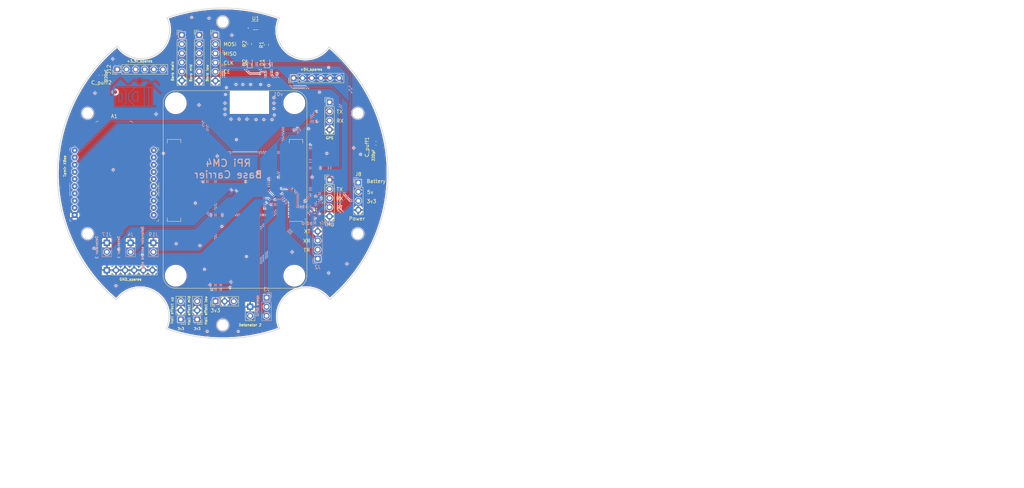
<source format=kicad_pcb>
(kicad_pcb (version 20211014) (generator pcbnew)
  (title_block (title "Raspberry Pi Compute Module 4 Carrier Template") (date "2022-05-17") (rev "v01") (company "HUJI Rocketry Club") (comment 1 "Base Carrier") (comment 2 "Last Edit: 2023-02-21") (comment 4 "Author: Ido Azulai"))
  (layers (0 "F.Cu" signal) (31 "B.Cu" signal) (34 "B.Paste" user) (35 "F.Paste" user) (36 "B.SilkS" user "B.Silkscreen") (37 "F.SilkS" user "F.Silkscreen") (38 "B.Mask" user) (39 "F.Mask" user) (44 "Edge.Cuts" user))
  (net 0 "")
  (net 1 "+5V")
  (net 2 "/CM4 GPIO/GPIO8")
  (net 3 "/CM4 GPIO/GPIO9")
  (net 4 "/CM4 GPIO/GPIO7")
  (net 5 "GND")
  (net 6 "/CM4 GPIO/GPIO4")
  (net 7 "/CM4 GPIO/GPIO5")
  (net 8 "/CM4 GPIO/GPIO12")
  (net 9 "+3.3V")
  (net 10 "/CM4 GPIO/GPIO14")
  (net 11 "/CM4 GPIO/GPIO15")
  (net 12 "/CM4 GPIO/GPIO2")
  (net 13 "/CM4 GPIO/GPIO3")
  (net 14 "/CM4 GPIO/GPIO6")
  (net 15 "/CM4 GPIO/GPIO10")
  (net 16 "/CM4 GPIO/GPIO11")
  (net 17 "/CM4 GPIO/GPIO20")
  (net 18 "/CM4 GPIO/GPIO19")
  (net 19 "/CM4 GPIO/GPIO21")
  (net 20 "/CM4 GPIO/GPIO18")
  (net 21 "/CM4 GPIO/GPIO17")
  (net 22 "/CM4 GPIO/GPIO16")
  (net 53 "/CM4 GPIO/GPIO13")
  (net 56 "/CM4 GPIO/GPIO25")
  (net 57 "/CM4 GPIO/GPIO24")
  (net 58 "/CM4 GPIO/GPIO22")
  (net 59 "/CM4 GPIO/GPIO23")
  (net 60 "/CM4 GPIO/GPIO27")
  (net 76 "+1.8V")
  (net 155 "Net-(J16-Pad1)")
  (net 156 "/CM4 GPIO/GPIO26")
  (net 157 "Net-(D1-Pad1)")
  (net 158 "Net-(D2-Pad1)")
  (net 159 "/CM4 GPIO/nLED_Activity")
  (net 160 "Net-(R2-Pad2)")
  (net 161 "/CM4 GPIO/nPWR_LED")
  (footprint "Connector_PinHeader_2.54mm:PinHeader_1x06_P2.54mm_Vertical" (layer "F.Cu") (at 111.379 72.898 90)
    (fp_text reference "J12")
    (fp_text value "+3.3V_spares")
  )
  (footprint "Connector_PinHeader_2.54mm:PinHeader_1x06_P2.54mm_Vertical" (layer "F.Cu") (at 134.1628 63.3222)
    (fp_text reference "J6" hide)
    (fp_text value "Baro mid")
  )
  (footprint "Fiducial:Fiducial_1mm_Mask2mm" (layer "F.Cu") (at 172.2 130.6)
    (fp_text reference "REF**" hide)
    (fp_text value "Fiducial_1mm_Mask2mm")
  )
  (footprint "Connector_PinHeader_2.54mm:PinHeader_1x05_P2.54mm_Vertical" (layer "F.Cu") (at 170.434 103.632)
    (fp_text reference "J1" hide)
    (fp_text value "IMU")
  )
  (footprint "Connector_PinHeader_2.54mm:PinHeader_1x03_P2.54mm_Vertical" (layer "F.Cu") (at 129.032 142.479 180)
    (fp_text reference "J7" hide)
    (fp_text value "Hall effect up")
  )
  (footprint "Connector_PinHeader_2.54mm:PinHeader_1x06_P2.54mm_Vertical" (layer "F.Cu") (at 129.3368 63.3222)
    (fp_text reference "J5" hide)
    (fp_text value "Baro main")
  )
  (footprint "LED_SMD:LED_0603_1608Metric" (layer "F.Cu") (at 148.209 70.993 90)
    (fp_text reference "D2")
    (fp_text value "LED Red")
  )
  (footprint "Connector_PinHeader_2.54mm:PinHeader_1x06_P2.54mm_Vertical" (layer "F.Cu") (at 108.458 128.778 90)
    (fp_text reference "J15" hide)
    (fp_text value "GND_spares")
  )
  (footprint "Resistor_SMD:R_0603_1608Metric_Pad0.98x0.95mm_HandSolder" (layer "F.Cu") (at 152.908 66.0635 90)
    (fp_text reference "R1")
    (fp_text value "1k")
  )
  (footprint "Capacitor_SMD:C_0603_1608Metric" (layer "F.Cu") (at 183.375 93.472 180)
    (fp_text reference "C_puff1")
    (fp_text value "220pF")
  )
  (footprint "Connector_PinHeader_2.54mm:PinHeader_1x03_P2.54mm_Vertical" (layer "F.Cu") (at 133.604 142.479 180)
    (fp_text reference "J11" hide)
    (fp_text value "Hall effect mid")
  )
  (footprint "LED_SMD:LED_0603_1608Metric" (layer "F.Cu") (at 153.035 70.993 90)
    (fp_text reference "D1")
    (fp_text value "LED Green")
  )
  (footprint "Package_TO_SOT_SMD:SOT-353_SC-70-5" (layer "F.Cu") (at 149.86 60.706)
    (fp_text reference "U1")
    (fp_text value "74LVC1G07SE-7")
  )
  (footprint "Connector_PinHeader_2.54mm:PinHeader_1x02_P2.54mm_Vertical" (layer "F.Cu") (at 148.336 138.933)
    (fp_text reference "J10" hide)
    (fp_text value "Detonator 2")
  )
  (footprint "Fiducial:Fiducial_1mm_Mask2mm" (layer "F.Cu") (at 110.8 79.2)
    (fp_text reference "REF**" hide)
    (fp_text value "Fiducial_1mm_Mask2mm")
  )
  (footprint "Capacitor_SMD:C_0603_1608Metric" (layer "F.Cu") (at 106.807 74.549 90)
    (fp_text reference "C_puff2")
    (fp_text value "220pF")
  )
  (footprint "Connector_PinHeader_2.54mm:PinHeader_1x06_P2.54mm_Vertical" (layer "F.Cu") (at 138.684 63.373)
    (fp_text reference "J9" hide)
    (fp_text value "Baro low")
  )
  (footprint "Connector_PinHeader_2.54mm:PinHeader_1x04_P2.54mm_Vertical" (layer "F.Cu") (at 178.435 104.394)
    (fp_text reference "J8")
    (fp_text value "Power")
  )
  (footprint "Connector_PinHeader_2.54mm:PinHeader_1x06_P2.54mm_Vertical" (layer "F.Cu") (at 160.401 75.311 90)
    (fp_text reference "J14" hide)
    (fp_text value "+5V_spares")
  )
  (footprint "Connector_PinHeader_2.54mm:PinHeader_1x04_P2.54mm_Vertical" (layer "F.Cu") (at 170.434 82.042)
    (fp_text reference "J16" hide)
    (fp_text value "GPS")
  )
  (footprint "Resistor_SMD:R_0603_1608Metric_Pad0.98x0.95mm_HandSolder" (layer "F.Cu") (at 148.209 65.8095 90)
    (fp_text reference "R2")
    (fp_text value "1k")
  )
  (footprint "Xbee:xbee_tht" (layer "F.Cu") (at 110.5154 104.419)
    (fp_text reference "A1")
    (fp_text value "Tamir XBee")
  )
  (footprint "Connector_PinHeader_2.54mm:PinHeader_1x03_P2.54mm_Vertical" (layer "F.Cu") (at 138.699 137.414 90)
    (fp_text reference "J13" hide)
    (fp_text value "Hall effect low")
  )
  (footprint "CM4IO:Raspberry-Pi-4-Compute-Module" (layer "F.Cu") (at 160.636 82.302 180)
    (fp_text reference "Module1" hide)
    (fp_text value "ComputeModule4-CM4")
  )
  (footprint "Connector_PinHeader_2.54mm:PinHeader_1x02_P2.54mm_Vertical" (layer "B.Cu") (at 115.062 121.158 180)
    (fp_text reference "J4")
    (fp_text value "Detonator 1")
  )
  (footprint "Connector_PinHeader_2.54mm:PinHeader_1x04_P2.54mm_Vertical" (layer "B.Cu") (at 167.132 125.593)
    (fp_text reference "J2")
    (fp_text value "Tamir Radio")
  )
  (footprint "Connector_PinHeader_2.54mm:PinHeader_1x03_P2.54mm_Vertical" (layer "B.Cu") (at 152.908 136.398 180)
    (fp_text reference "J3")
    (fp_text value "spare GPIO")
  )
  (footprint "Connector_PinHeader_2.54mm:PinHeader_1x02_P2.54mm_Vertical" (layer "B.Cu") (at 121.412 121.158 180)
    (fp_text reference "J19")
    (fp_text value "Detonator second stage")
  )
  (footprint "Connector_PinHeader_2.54mm:PinHeader_1x02_P2.54mm_Vertical" (layer "B.Cu") (at 108.458 121.153 180)
    (fp_text reference "J17")
    (fp_text value "Detonator 3")
  )
  (gr_arc locked (start 111.115242 137.02149) (mid 121.725875 134.686804) (end 124.994544 145.04789) (layer "Edge.Cuts") (width 0.2))
  (gr_arc locked (start 156.581242 145.02249) (mid 140.790115 147.798672) (end 124.994544 145.04789) (layer "Edge.Cuts") (width 0.2))
  (gr_arc locked (start 156.581243 145.02249) (mid 159.837498 134.700291) (end 170.434 136.906) (layer "Edge.Cuts") (width 0.2))
  (gr_arc locked (start 170.297242 66.66349) (mid 159.724566 68.96228) (end 156.45 58.65) (layer "Edge.Cuts") (width 0.2))
  (gr_arc locked (start 170.297242 66.66349) (mid 186.668365 101.753005) (end 170.434 136.906) (layer "Edge.Cuts") (width 0.2))
  (gr_arc locked (start 125.212241 58.53549) (mid 121.958241 68.884768) (end 111.389821 66.434345) (layer "Edge.Cuts") (width 0.2))
  (gr_arc locked (start 125.212242 58.53549) (mid 140.847294 55.855991) (end 156.465661 58.631088) (layer "Edge.Cuts") (width 0.2))
  (gr_arc locked (start 111.115242 137.02149) (mid 94.738589 101.663679) (end 111.389821 66.434345) (layer "Edge.Cuts") (width 0.2))
  (gr_text "RPi CM4\nBase Carrier" (at 142.24 100.584) (layer "B.SilkS") (effects (font (size 2 2) (thickness 0.3)) (justify mirror)))
  (gr_text "v01" (at 156.136 79.802) (layer "B.SilkS") (effects (font (size 1 1)) (justify mirror)))
  (gr_text "RX" (at 173.228 108.839) (layer "F.SilkS") (effects (font (size 1 1))))
  (gr_text "IMU" (at 170.434 116.078) (layer "F.SilkS") (effects (font (size 1 1))))
  (gr_text "TX" (at 173.228 84.709) (layer "F.SilkS") (effects (font (size 1 1))))
  (gr_text "TX" (at 173.228 106.299) (layer "F.SilkS") (effects (font (size 1 1))))
  (gr_text "3v3" (at 133.604 145.034) (layer "F.SilkS") (effects (font (size 0.7 0.7))))
  (gr_text "MOSI" (at 142.748 65.913) (layer "F.SilkS") (effects (font (size 1 1))))
  (gr_text "RX" (at 164.084 120.65) (layer "F.SilkS") (effects (font (size 1 1)) (justify mirror)))
  (gr_text "3v3" (at 138.684 139.954) (layer "F.SilkS") (effects (font (size 1 1))))
  (gr_text "RT" (at 164.084 123.19) (layer "F.SilkS") (effects (font (size 1 1)) (justify mirror)))
  (gr_text "3v3" (at 129.032 145.034) (layer "F.SilkS") (effects (font (size 0.7 0.7))))
  (gr_text "CLK" (at 142.367 71.12) (layer "F.SilkS") (effects (font (size 1 1))))
  (gr_text "Battery" (at 183.388 104.013) (layer "F.SilkS") (effects (font (size 1 1))))
  (gr_text "RT" (at 173.228 111.379) (layer "F.SilkS") (effects (font (size 1 1))))
  (gr_text "MISO" (at 142.748 68.58) (layer "F.SilkS") (effects (font (size 1 1))))
  (gr_text "TX" (at 164.211 117.983) (layer "F.SilkS") (effects (font (size 1 1)) (justify mirror)))
  (gr_text "3v3" (at 182.118 109.601) (layer "F.SilkS") (effects (font (size 1 1))))
  (gr_text "RX" (at 173.355 87.249) (layer "F.SilkS") (effects (font (size 1 1))))
  (gr_text "Power" (at 178.054 114.427) (layer "F.SilkS") (effects (font (size 1 1))))
  (gr_text "CE" (at 141.859 73.533) (layer "F.SilkS") (effects (font (size 1 1))))
  (gr_text "5v" (at 181.737 107.061) (layer "F.SilkS") (effects (font (size 1 1))))
  (via (at 160.02 123.698) (size 0.508) (drill 0.254) (layers "F.Cu" "B.Cu") (net 0))
  (via (at 127.762 121.412) (size 0.508) (drill 0.254) (layers "F.Cu" "B.Cu") (net 0))
  (via (at 111.76 122.936) (size 0.508) (drill 0.254) (layers "F.Cu" "B.Cu") (net 0))
  (via (at 170.18 72.39) (size 0.508) (drill 0.254) (layers "F.Cu" "B.Cu") (net 0))
  (via (at 147.32 124.968) (size 0.508) (drill 0.254) (layers "F.Cu" "B.Cu") (net 0))
  (via (at 140.462 116.586) (size 0.508) (drill 0.254) (layers "F.Cu" "B.Cu") (net 0))
  (via (at 143.002 86.741) (size 0.508) (drill 0.254) (layers "F.Cu" "B.Cu") (net 0))
  (via locked (at 103.124 85.09) (size 3.3) (drill 3.1) (layers "F.Cu" "B.Cu") (net 0))
  (via (at 179.07 96.52) (size 0.508) (drill 0.254) (layers "F.Cu" "B.Cu") (net 0))
  (via (at 175.26 127) (size 0.508) (drill 0.254) (layers "F.Cu" "B.Cu") (net 0))
  (via (at 143.256 63.373) (size 0.508) (drill 0.254) (layers "F.Cu" "B.Cu") (net 0))
  (via (at 164.592 89.408) (size 0.508) (drill 0.254) (layers "F.Cu" "B.Cu") (net 0))
  (via (at 134.112 82.804) (size 0.508) (drill 0.254) (layers "F.Cu" "B.Cu") (net 0))
  (via (at 152.146 86.868) (size 0.508) (drill 0.254) (layers "F.Cu" "B.Cu") (net 0))
  (via (at 110.236 100.838) (size 0.508) (drill 0.254) (layers "F.Cu" "B.Cu") (net 0))
  (via (at 177.165 94.742) (size 0.508) (drill 0.254) (layers "F.Cu" "B.Cu") (net 0))
  (via (at 151.257 77.089) (size 0.508) (drill 0.254) (layers "F.Cu" "B.Cu") (net 0))
  (via (at 167.64 79.248) (size 0.508) (drill 0.254) (layers "F.Cu" "B.Cu") (net 0))
  (via (at 141.478 79.883) (size 0.508) (drill 0.254) (layers "F.Cu" "B.Cu") (net 0))
  (via (at 149.987 86.868) (size 0.508) (drill 0.254) (layers "F.Cu" "B.Cu") (net 0))
  (via (at 140.716 59.69) (size 3.3) (drill 3.1) (layers "F.Cu" "B.Cu") (net 0))
  (via (at 145.034 145.796) (size 0.508) (drill 0.254) (layers "F.Cu" "B.Cu") (net 0))
  (via (at 154.94 82.296) (size 0.508) (drill 0.254) (layers "F.Cu" "B.Cu") (net 0))
  (via (at 104.902 122.682) (size 0.508) (drill 0.254) (layers "F.Cu" "B.Cu") (net 0))
  (via (at 132.08 58.42) (size 0.508) (drill 0.254) (layers "F.Cu" "B.Cu") (net 0))
  (via (at 135.636 128.524) (size 0.508) (drill 0.254) (layers "F.Cu" "B.Cu") (net 0))
  (via (at 154.432 86.868) (size 0.508) (drill 0.254) (layers "F.Cu" "B.Cu") (net 0))
  (via (at 136.906 58.674) (size 0.508) (drill 0.254) (layers "F.Cu" "B.Cu") (net 0))
  (via locked (at 178.308 85.09) (size 3.3) (drill 3.1) (layers "F.Cu" "B.Cu") (net 0))
  (via (at 139.192 97.028) (size 0.508) (drill 0.254) (layers "F.Cu" "B.Cu") (net 0))
  (via (at 170.18 129.54) (size 0.508) (drill 0.254) (layers "F.Cu" "B.Cu") (net 0))
  (via (at 144.526 92.456) (size 0.508) (drill 0.254) (layers "F.Cu" "B.Cu") (net 0))
  (via (at 148.463 77.089) (size 0.508) (drill 0.254) (layers "F.Cu" "B.Cu") (net 0))
  (via (at 122.174 85.344) (size 0.508) (drill 0.254) (layers "F.Cu" "B.Cu") (net 0))
  (via (at 154.94 80.772) (size 0.508) (drill 0.254) (layers "F.Cu" "B.Cu") (net 0))
  (via (at 118.364 124.46) (size 0.508) (drill 0.254) (layers "F.Cu" "B.Cu") (net 0))
  (via (at 110.998 133.096) (size 0.508) (drill 0.254) (layers "F.Cu" "B.Cu") (net 0))
  (via (at 153.543 77.343) (size 0.508) (drill 0.254) (layers "F.Cu" "B.Cu") (net 0))
  (via locked (at 103.124 118.618) (size 3.3) (drill 3.1) (layers "F.Cu" "B.Cu") (net 0))
  (via (at 110.109 69.977) (size 0.508) (drill 0.254) (layers "F.Cu" "B.Cu") (net 0))
  (via locked (at 178.308 118.618) (size 3.3) (drill 3.1) (layers "F.Cu" "B.Cu") (net 0))
  (via (at 155.067 85.598) (size 0.508) (drill 0.254) (layers "F.Cu" "B.Cu") (net 0))
  (via (at 136.398 145.796) (size 0.508) (drill 0.254) (layers "F.Cu" "B.Cu") (net 0))
  (via (at 105.156 79.502) (size 0.508) (drill 0.254) (layers "F.Cu" "B.Cu") (net 0))
  (via (at 146.304 77.089) (size 0.508) (drill 0.254) (layers "F.Cu" "B.Cu") (net 0))
  (via (at 141.351 85.471) (size 0.508) (drill 0.254) (layers "F.Cu" "B.Cu") (net 0))
  (via (at 133.096 110.109) (size 0.508) (drill 0.254) (layers "F.Cu" "B.Cu") (net 0))
  (via (at 169.672 96.266) (size 0.508) (drill 0.254) (layers "F.Cu" "B.Cu") (net 0))
  (via (at 147.447 86.741) (size 0.508) (drill 0.254) (layers "F.Cu" "B.Cu") (net 0))
  (via (at 134.366 121.92) (size 0.508) (drill 0.254) (layers "F.Cu" "B.Cu") (net 0))
  (via (at 141.732 77.978) (size 0.508) (drill 0.254) (layers "F.Cu" "B.Cu") (net 0))
  (via (at 141.351 82.296) (size 0.508) (drill 0.254) (layers "F.Cu" "B.Cu") (net 0))
  (via (at 144.399 77.089) (size 0.508) (drill 0.254) (layers "F.Cu" "B.Cu") (net 0))
  (via (at 140.716 144.018) (size 3.3) (drill 3.1) (layers "F.Cu" "B.Cu") (net 0))
  (via (at 141.351 83.947) (size 0.508) (drill 0.254) (layers "F.Cu" "B.Cu") (net 0))
  (via (at 145.288 86.741) (size 0.508) (drill 0.254) (layers "F.Cu" "B.Cu") (net 0))
  (via (at 154.94 83.82) (size 0.508) (drill 0.254) (layers "F.Cu" "B.Cu") (net 0))
  (via (at 165.608 102.87) (size 0.508) (drill 0.254) (layers "F.Cu" "B.Cu") (net 0))
  (via (at 124.206 96.266) (size 0.508) (drill 0.254) (layers "F.Cu" "B.Cu") (net 0))
  (segment (start 115.57 79.883) (end 116.332 79.121) (width 0.1524) (layer "B.Cu") (net 0))
  (segment (start 118.872 77.851) (end 118.872 83.185) (width 0.1524) (layer "B.Cu") (net 0))
  (segment (start 115.57 81.153) (end 115.57 79.883) (width 0.1524) (layer "B.Cu") (net 0))
  (segment (start 117.094 79.121) (end 117.094 79.375) (width 0.1524) (layer "B.Cu") (net 0))
  (segment (start 117.094 81.661) (end 116.078 81.661) (width 0.1524) (layer "B.Cu") (net 0))
  (segment (start 118.618 75.946) (end 118.491 76.073) (width 0.1524) (layer "B.Cu") (net 0))
  (segment (start 121.92 83.058) (end 121.793 83.185) (width 0.1524) (layer "B.Cu") (net 0))
  (segment (start 118.491 76.073) (end 117.856 75.438) (width 0.1524) (layer "B.Cu") (net 0))
  (segment (start 117.348 75.438) (end 116.586 76.2) (width 0.1524) (layer "B.Cu") (net 0))
  (segment (start 112.268 75.184) (end 109.728 77.724) (width 0.1524) (layer "B.Cu") (net 0))
  (segment (start 116.078 81.661) (end 115.57 81.153) (width 0.1524) (layer "B.Cu") (net 0))
  (segment (start 122.936 76.962) (end 121.92 75.946) (width 0.1524) (layer "B.Cu") (net 0))
  (segment (start 112.268 81.915) (end 111.76 81.915) (width 0.1524) (layer "B.Cu") (net 0))
  (segment (start 120.523 83.185) (end 120.142 82.804) (width 0.1524) (layer "B.Cu") (net 0))
  (segment (start 116.332 83.185) (end 114.554 81.407) (width 0.1524) (layer "B.Cu") (net 0))
  (segment (start 117.602 76.962) (end 117.348 76.962) (width 0.1524) (layer "B.Cu") (net 0))
  (segment (start 118.872 77.851) (end 120.777 77.851) (width 0.1524) (layer "B.Cu") (net 0))
  (segment (start 113.792 82.169) (end 112.776 83.185) (width 0.1524) (layer "B.Cu") (net 0))
  (segment (start 114.046 76.962) (end 112.268 75.184) (width 0.1524) (layer "B.Cu") (net 0))
  (segment (start 114.808 76.962) (end 114.046 76.962) (width 0.1524) (layer "B.Cu") (net 0))
  (segment (start 112.776 77.851) (end 113.792 78.867) (width 0.1524) (layer "B.Cu") (net 0))
  (segment (start 119.888 75.946) (end 118.618 75.946) (width 0.1524) (layer "B.Cu") (net 0))
  (segment (start 122.936 77.216) (end 122.936 76.962) (width 0.1524) (layer "B.Cu") (net 0))
  (segment (start 118.872 83.185) (end 120.523 83.185) (width 0.1524) (layer "B.Cu") (net 0))
  (segment (start 112.776 81.407) (end 112.268 81.915) (width 0.1524) (layer "B.Cu") (net 0))
  (segment (start 111.76 79.629) (end 112.776 79.629) (width 0.1524) (layer "B.Cu") (net 0))
  (segment (start 120.777 77.851) (end 121.031 78.105) (width 0.1524) (layer "B.Cu") (net 0))
  (segment (start 114.554 81.407) (end 114.554 79.629) (width 0.1524) (layer "B.Cu") (net 0))
  (segment (start 117.348 76.962) (end 116.078 75.692) (width 0.1524) (layer "B.Cu") (net 0))
  (segment (start 110.744 83.185) (end 110.744 78.867) (width 0.1524) (layer "B.Cu") (net 0))
  (segment (start 121.92 75.946) (end 121.412 76.454) (width 0.1524) (layer "B.Cu") (net 0))
  (segment (start 120.523 83.185) (end 121.031 83.185) (width 0.1524) (layer "B.Cu") (net 0))
  (segment (start 116.332 79.121) (end 117.094 79.121) (width 0.1524) (layer "B.Cu") (net 0))
  (segment (start 121.412 76.454) (end 120.396 76.454) (width 0.1524) (layer "B.Cu") (net 0))
  (segment (start 116.078 75.692) (end 114.808 76.962) (width 0.1524) (layer "B.Cu") (net 0))
  (segment (start 112.776 79.629) (end 112.776 81.407) (width 0.1524) (layer "B.Cu") (net 0))
  (segment (start 114.554 79.629) (end 116.332 77.851) (width 0.1524) (layer "B.Cu") (net 0))
  (segment (start 118.872 77.851) (end 113.792 77.851) (width 0.1524) (layer "B.Cu") (net 0))
  (segment (start 120.142 82.804) (end 120.142 77.978) (width 0.1524) (layer "B.Cu") (net 0))
  (segment (start 118.491 76.073) (end 117.602 76.962) (width 0.1524) (layer "B.Cu") (net 0))
  (segment (start 118.872 83.185) (end 116.332 83.185) (width 0.1524) (layer "B.Cu") (net 0))
  (segment (start 121.031 83.185) (end 121.793 83.185) (width 0.1524) (layer "B.Cu") (net 0))
  (segment (start 109.728 77.724) (end 109.728 80.01) (width 0.1524) (layer "B.Cu") (net 0))
  (segment (start 120.396 76.454) (end 119.38 77.47) (width 0.1524) (layer "B.Cu") (net 0))
  (segment (start 117.094 79.629) (end 117.094 81.661) (width 0.1524) (layer "B.Cu") (net 0))
  (segment (start 113.792 78.867) (end 113.792 82.169) (width 0.1524) (layer "B.Cu") (net 0))
  (segment (start 111.76 79.629) (end 111.76 81.915) (width 0.1524) (layer "B.Cu") (net 0))
  (segment (start 121.031 78.105) (end 121.031 83.185) (width 0.1524) (layer "B.Cu") (net 0))
  (segment (start 117.856 75.438) (end 117.348 75.438) (width 0.1524) (layer "B.Cu") (net 0))
  (segment (start 116.332 83.185) (end 110.744 83.185) (width 0.1524) (layer "B.Cu") (net 0))
  (segment (start 120.777 77.851) (end 121.793 77.851) (width 0.1524) (layer "B.Cu") (net 0))
  (segment (start 121.793 77.851) (end 121.92 77.978) (width 0.1524) (layer "B.Cu") (net 0))
  (segment (start 113.792 77.851) (end 110.998 77.851) (width 0.1524) (layer "B.Cu") (net 0))
  (segment (start 123.444 79.502) (end 119.888 75.946) (width 0.1524) (layer "B.Cu") (net 0))
  (segment (start 110.744 78.867) (end 111.76 77.851) (width 0.1524) (layer "B.Cu") (net 0))
  (segment (start 170.434 98.806) (end 170.03 98.402) (width 0.5) (layer "F.Cu") (net 1))
  (segment (start 180.2 114.6) (end 175.8 114.6) (width 0.5) (layer "F.Cu") (net 1))
  (segment (start 162.636 96.802) (end 163.598 96.802) (width 0.2) (layer "F.Cu") (net 1))
  (segment (start 180.594 106.934) (end 180.594 114.206) (width 0.5) (layer "F.Cu") (net 1))
  (segment (start 173.101 75.311) (end 160.401 75.311) (width 0.5) (layer "F.Cu") (net 1))
  (segment (start 181.102 90.424) (end 184.15 93.472) (width 0.5) (layer "F.Cu") (net 1))
  (segment (start 162.636 98.402) (end 163.598 98.402) (width 0.2) (layer "F.Cu") (net 1))
  (segment (start 180.594 105.156) (end 184.15 101.6) (width 0.5) (layer "F.Cu") (net 1))
  (segment (start 163.598 98.402) (end 163.598 96.402) (width 0.5) (layer "F.Cu") (net 1))
  (segment (start 173.101 75.311) (end 178.115 80.325) (width 0.5) (layer "F.Cu") (net 1))
  (segment (start 181.102 82.302) (end 181.102 90.424) (width 0.5) (layer "F.Cu") (net 1))
  (segment (start 179.125 80.325) (end 181.102 82.302) (width 0.5) (layer "F.Cu") (net 1))
  (segment (start 173 104) (end 172.632 103.632) (width 0.5) (layer "F.Cu") (net 1))
  (segment (start 162.636 97.202) (end 163.598 97.202) (width 0.2) (layer "F.Cu") (net 1))
  (segment (start 178.115 80.325) (end 179.125 80.325) (width 0.5) (layer "F.Cu") (net 1))
  (segment (start 170.434 103.632) (end 170.434 98.806) (width 0.5) (layer "F.Cu") (net 1))
  (segment (start 175.8 114.6) (end 173 111.8) (width 0.5) (layer "F.Cu") (net 1))
  (segment (start 178.435 106.934) (end 180.594 106.934) (width 0.5) (layer "F.Cu") (net 1))
  (segment (start 184.15 101.6) (end 184.15 93.472) (width 0.5) (layer "F.Cu") (net 1))
  (segment (start 170.03 98.402) (end 163.598 98.402) (width 0.5) (layer "F.Cu") (net 1))
  (segment (start 180.594 114.206) (end 180.2 114.6) (width 0.5) (layer "F.Cu") (net 1))
  (segment (start 180.594 106.934) (end 180.594 105.156) (width 0.5) (layer "F.Cu") (net 1))
  (segment (start 162.636 98.002) (end 163.598 98.002) (width 0.2) (layer "F.Cu") (net 1))
  (segment (start 172.632 103.632) (end 170.434 103.632) (width 0.5) (layer "F.Cu") (net 1))
  (segment (start 162.636 97.602) (end 163.598 97.602) (width 0.2) (layer "F.Cu") (net 1))
  (segment (start 162.636 96.402) (end 163.598 96.402) (width 0.2) (layer "F.Cu") (net 1))
  (segment (start 173 111.8) (end 173 104) (width 0.5) (layer "F.Cu") (net 1))
  (segment (start 170.434 106.172) (end 168.275 106.172) (width 0.2) (layer "F.Cu") (net 2))
  (segment (start 168.275 106.172) (end 168.0972 105.9942) (width 0.2) (layer "F.Cu") (net 2))
  (segment (start 162.6438 105.9942) (end 162.636 106.002) (width 0.2) (layer "F.Cu") (net 2))
  (segment (start 168.0972 105.9942) (end 162.6438 105.9942) (width 0.2) (layer "F.Cu") (net 2))
  (segment (start 158.6582 105.8164) (end 158.8438 106.002) (width 0.2) (layer "F.Cu") (net 3))
  (segment (start 158.8438 106.002) (end 159.556 106.002) (width 0.2) (layer "F.Cu") (net 3))
  (segment (start 168.148 108.712) (end 170.434 108.712) (width 0.2) (layer "F.Cu") (net 3))
  (segment (start 157.099 105.99418) (end 157.27678 105.8164) (width 0.2) (layer "F.Cu") (net 3))
  (segment (start 157.27678 105.8164) (end 158.6582 105.8164) (width 0.2) (layer "F.Cu") (net 3))
  (via (at 168.148 108.712) (size 0.508) (drill 0.254) (layers "F.Cu" "B.Cu") (net 3))
  (via (at 157.099 105.99418) (size 0.508) (drill 0.254) (layers "F.Cu" "B.Cu") (net 3))
  (segment (start 157.27682 106.172) (end 160.147 106.172) (width 0.2) (layer "B.Cu") (net 3))
  (segment (start 160.147 106.172) (end 161.417 107.442) (width 0.2) (layer "B.Cu") (net 3))
  (segment (start 157.099 105.99418) (end 157.27682 106.172) (width 0.2) (layer "B.Cu") (net 3))
  (segment (start 161.417 107.442) (end 161.417 111.15) (width 0.2) (layer "B.Cu") (net 3))
  (segment (start 161.417 111.15) (end 165.71 111.15) (width 0.2) (layer "B.Cu") (net 3))
  (segment (start 165.71 111.15) (end 168.148 108.712) (width 0.2) (layer "B.Cu") (net 3))
  (segment (start 169.037 109.855) (end 167.64 109.855) (width 0.2) (layer "F.Cu") (net 4))
  (segment (start 167.64 109.855) (end 167.64 106.426) (width 0.2) (layer "F.Cu") (net 4))
  (segment (start 170.434 111.252) (end 169.037 109.855) (width 0.2) (layer "F.Cu") (net 4))
  (segment (start 167.64 106.426) (end 167.616 106.402) (width 0.2) (layer "F.Cu") (net 4))
  (segment (start 167.616 106.402) (end 162.636 106.402) (width 0.2) (layer "F.Cu") (net 4))
  (segment (start 147.844 61.356) (end 147.8 61.4) (width 0.2) (layer "F.Cu") (net 5))
  (segment (start 162.636 109.202) (end 161.986978 109.202) (width 0.2) (layer "F.Cu") (net 5))
  (segment (start 162.6528 99.6188) (end 162.636 99.602) (width 0.1524) (layer "F.Cu") (net 5))
  (segment (start 161.986978 109.202) (end 161.986489 109.202489) (width 0.2) (layer "F.Cu") (net 5))
  (segment (start 148.91 61.356) (end 147.844 61.356) (width 0.2) (layer "F.Cu") (net 5))
  (segment (start 161.986489 114.136489) (end 162.4 114.55) (width 0.2) (layer "F.Cu") (net 5))
  (segment (start 162.4 114.55) (end 163.675 114.55) (width 0.2) (layer "F.Cu") (net 5))
  (segment (start 161.986489 109.202489) (end 161.986489 114.136489) (width 0.2) (layer "F.Cu") (net 5))
  (via (at 147.8 61.4) (size 0.508) (drill 0.254) (layers "F.Cu" "B.Cu") (net 5))
  (via (at 163.675 114.55) (size 0.508) (drill 0.254) (layers "F.Cu" "B.Cu") (net 5))
  (segment (start 158.083809 103.202) (end 159.556 103.202) (width 0.2) (layer "F.Cu") (net 6))
  (segment (start 153.568889 103.352111) (end 157.933698 103.352111) (width 0.2) (layer "F.Cu") (net 6))
  (segment (start 153.543 103.378) (end 153.568889 103.352111) (width 0.2) (layer "F.Cu") (net 6))
  (segment (start 157.933698 103.352111) (end 158.083809 103.202) (width 0.2) (layer "F.Cu") (net 6))
  (via (at 153.543 103.378) (size 0.508) (drill 0.254) (layers "F.Cu" "B.Cu") (net 6))
  (segment (start 153.543 106.726809) (end 155.654244 108.838053) (width 0.2) (layer "B.Cu") (net 6))
  (segment (start 158.54728 117.37388) (end 166.7664 125.593) (width 0.2) (layer "B.Cu") (net 6))
  (segment (start 166.7664 125.593) (end 167.132 125.593) (width 0.2) (layer "B.Cu") (net 6))
  (segment (start 157.274426 108.838053) (end 158.54728 110.110907) (width 0.2) (layer "B.Cu") (net 6))
  (segment (start 158.54728 110.110907) (end 158.54728 117.37388) (width 0.2) (layer "B.Cu") (net 6))
  (segment (start 153.543 103.378) (end 153.543 106.726809) (width 0.2) (layer "B.Cu") (net 6))
  (segment (start 155.654244 108.838053) (end 157.274426 108.838053) (width 0.2) (layer "B.Cu") (net 6))
  (segment (start 158.8376 107.202) (end 159.556 107.202) (width 0.2) (layer "F.Cu") (net 7))
  (segment (start 157.226 107.569) (end 158.4706 107.569) (width 0.2) (layer "F.Cu") (net 7))
  (segment (start 158.4706 107.569) (end 158.8376 107.202) (width 0.2) (layer "F.Cu") (net 7))
  (via (at 157.226 107.569) (size 0.508) (drill 0.254) (layers "F.Cu" "B.Cu") (net 7))
  (segment (start 157.226 107.569) (end 157.226 108.359253) (width 0.2) (layer "B.Cu") (net 7))
  (segment (start 157.226 108.359253) (end 158.8516 109.984853) (width 0.2) (layer "B.Cu") (net 7))
  (segment (start 164.656774 123.053) (end 167.132 123.053) (width 0.2) (layer "B.Cu") (net 7))
  (segment (start 158.8516 109.984853) (end 158.8516 117.247826) (width 0.2) (layer "B.Cu") (net 7))
  (segment (start 158.8516 117.247826) (end 164.656774 123.053) (width 0.2) (layer "B.Cu") (net 7))
  (segment (start 165.608 111.76) (end 164.99696 111.14896) (width 0.2) (layer "F.Cu") (net 8))
  (segment (start 164.99696 111.14896) (end 164.99696 107.602) (width 0.2) (layer "F.Cu") (net 8))
  (segment (start 164.99696 107.602) (end 162.636 107.602) (width 0.2) (layer "F.Cu") (net 8))
  (segment (start 165.862 111.76) (end 165.608 111.76) (width 0.2) (layer "F.Cu") (net 8))
  (via (at 165.862 111.76) (size 0.508) (drill 0.254) (layers "F.Cu" "B.Cu") (net 8))
  (segment (start 164.6682 112.9538) (end 164.6682 118.0492) (width 0.2) (layer "B.Cu") (net 8))
  (segment (start 164.6682 118.0492) (end 167.132 120.513) (width 0.2) (layer "B.Cu") (net 8))
  (segment (start 165.862 111.76) (end 164.6682 112.9538) (width 0.2) (layer "B.Cu") (net 8))
  (segment (start 152.6 75.565) (end 152.6 73.587) (width 0.2) (layer "F.Cu") (net 9))
  (segment (start 107.676 75.324) (end 106.807 75.324) (width 0.2) (layer "F.Cu") (net 9))
  (segment (start 135.621 142.479) (end 133.604 142.479) (width 0.2) (layer "F.Cu") (net 9))
  (segment (start 124.079 72.898) (end 124.079 68.58) (width 0.2) (layer "F.Cu") (net 9))
  (segment (start 158.67 97.202) (end 159.556 97.202) (width 0.2) (layer "F.Cu") (net 9))
  (segment (start 99.5154 95.419) (end 100.33 94.6044) (width 0.2) (layer "F.Cu") (net 9))
  (segment (start 157.48 96.012) (end 158.496 97.028) (width 0.2) (layer "F.Cu") (net 9))
  (segment (start 150.1945 70.2055) (end 148.209 70.2055) (width 0.2) (layer "F.Cu") (net 9))
  (segment (start 138.699 99.553) (end 142.24 96.012) (width 0.2) (layer "F.Cu") (net 9))
  (segment (start 138.699 139.431) (end 138.699 137.414) (width 0.2) (layer "F.Cu") (net 9))
  (segment (start 138.684 63.373) (end 141.02032 65.70932) (width 0.2) (layer "F.Cu") (net 9))
  (segment (start 111.379 72.898) (end 108.839 72.898) (width 0.2) (layer "F.Cu") (net 9))
  (segment (start 152.419 73.406) (end 152.6 73.587) (width 0.2) (layer "F.Cu") (net 9))
  (segment (start 153.924 75.565) (end 154.051 75.565) (width 0.2) (layer "F.Cu") (net 9))
  (segment (start 150.1945 70.2055) (end 153.035 70.2055) (width 0.2) (layer "F.Cu") (net 9))
  (segment (start 151.606 73.406) (end 152.419 73.406) (width 0.2) (layer "F.Cu") (net 9))
  (segment (start 142.24 96.012) (end 157.48 96.012) (width 0.2) (layer "F.Cu") (net 9))
  (segment (start 100.33 81.801) (end 106.807 75.324) (width 0.2) (layer "F.Cu") (net 9))
  (segment (start 135.636 142.494) (end 135.621 142.479) (width 0.2) (layer "F.Cu") (net 9))
  (segment (start 158.496 97.028) (end 158.67 97.202) (width 0.2) (layer "F.Cu") (net 9))
  (segment (start 133.604 142.479) (end 129.032 142.479) (width 0.2) (layer "F.Cu") (net 9))
  (segment (start 158.496 97.028) (end 158.722 96.802) (width 0.2) (layer "F.Cu") (net 9))
  (segment (start 153.797 75.565) (end 153.924 75.565) (width 0.2) (layer "F.Cu") (net 9))
  (segment (start 108.839 72.898) (end 108.4 73.337) (width 0.2) (layer "F.Cu") (net 9))
  (segment (start 141.02032 75.23432) (end 141.351 75.565) (width 0.2) (layer "F.Cu") (net 9))
  (segment (start 111.379 72.898) (end 124.079 72.898) (width 0.2) (layer "F.Cu") (net 9))
  (segment (start 159.556 98.402) (end 159.049778 98.402) (width 0.2) (layer "F.Cu") (net 9))
  (segment (start 108.4 74.6) (end 107.676 75.324) (width 0.2) (layer "F.Cu") (net 9))
  (segment (start 141.351 75.565) (end 153.797 75.565) (width 0.2) (layer "F.Cu") (net 9))
  (segment (start 138.699 137.414) (end 138.699 99.553) (width 0.2) (layer "F.Cu") (net 9))
  (segment (start 157.48 78.994) (end 157.48 96.012) (width 0.2) (layer "F.Cu") (net 9))
  (segment (start 151.606 73.406) (end 150.1945 71.9945) (width 0.2) (layer "F.Cu") (net 9))
  (segment (start 124.079 68.58) (end 129.3368 63.3222) (width 0.2) (layer "F.Cu") (net 9))
  (segment (start 158.67 98.022222) (end 158.67 97.202) (width 0.2) (layer "F.Cu") (net 9))
  (segment (start 129.3368 63.3222) (end 134.1628 63.3222) (width 0.2) (layer "F.Cu") (net 9))
  (segment (start 150.383 60.056) (end 149.987 60.452) (width 0.2) (layer "F.Cu") (net 9))
  (segment (start 159.049778 98.402) (end 158.67 98.022222) (width 0.2) (layer "F.Cu") (net 9))
  (segment (start 141.02032 65.70932) (end 141.02032 75.23432) (width 0.2) (layer "F.Cu") (net 9))
  (segment (start 149.987 67.1575) (end 153.035 70.2055) (width 0.2) (layer "F.Cu") (net 9))
  (segment (start 149.987 60.452) (end 149.987 67.1575) (width 0.2) (layer "F.Cu") (net 9))
  (segment (start 158.722 96.802) (end 159.556 96.802) (width 0.2) (layer "F.Cu") (net 9))
  (segment (start 150.1945 71.9945) (end 150.1945 70.2055) (width 0.2) (layer "F.Cu") (net 9))
  (segment (start 135.636 142.494) (end 138.699 139.431) (width 0.2) (layer "F.Cu") (net 9))
  (segment (start 138.6332 63.3222) (end 138.684 63.373) (width 0.2) (layer "F.Cu") (net 9))
  (segment (start 153.924 75.565) (end 152.6 75.565) (width 0.2) (layer "F.Cu") (net 9))
  (segment (start 150.81 60.056) (end 150.383 60.056) (width 0.2) (layer "F.Cu") (net 9))
  (segment (start 134.1628 63.3222) (end 138.6332 63.3222) (width 0.2) (layer "F.Cu") (net 9))
  (segment (start 100.33 94.6044) (end 100.33 81.801) (width 0.2) (layer "F.Cu") (net 9))
  (segment (start 154.051 75.565) (end 157.48 78.994) (width 0.2) (layer "F.Cu") (net 9))
  (segment (start 108.4 73.337) (end 108.4 74.6) (width 0.2) (layer "F.Cu") (net 9))
  (segment (start 161.417 89.281) (end 161.670999 89.281) (width 0.2) (layer "F.Cu") (net 10))
  (segment (start 162.0438 90.0348) (end 162.0438 102.802) (width 0.2) (layer "F.Cu") (net 10))
  (segment (start 162.0438 102.802) (end 162.636 102.802) (width 0.2) (layer "F.Cu") (net 10))
  (segment (start 161.670999 89.281) (end 162.0438 89.653801) (width 0.2) (layer "F.Cu") (net 10))
  (segment (start 162.052 90.043) (end 162.0438 90.0348) (width 0.2) (layer "F.Cu") (net 10))
  (segment (start 162.0438 89.653801) (end 162.0438 90.0348) (width 0.2) (layer "F.Cu") (net 10))
  (via (at 161.417 89.281) (size 0.508) (drill 0.254) (layers "F.Cu" "B.Cu") (net 10))
  (segment (start 143.382054 95.96168) (end 134.796854 87.37648) (width 0.2) (layer "B.Cu") (net 10))
  (segment (start 134.796854 87.37648) (end 109.60148 87.37648) (width 0.2) (layer "B.Cu") (net 10))
  (segment (start 161.417 89.281) (end 157.099 89.281) (width 0.2) (layer "B.Cu") (net 10))
  (segment (start 109.55792 87.37648) (end 109.601 87.37648) (width 0.2) (layer "B.Cu") (net 10))
  (segment (start 157.099 89.281) (end 150.41832 95.96168) (width 0.2) (layer "B.Cu") (net 10))
  (segment (start 99.5154 97.419) (end 109.55792 87.37648) (width 0.2) (layer "B.Cu") (net 10))
  (segment (start 150.41832 95.96168) (end 143.382054 95.96168) (width 0.2) (layer "B.Cu") (net 10))
  (segment (start 161.735213 103.207435) (end 162.129778 103.602) (width 0.2) (layer "F.Cu") (net 11))
  (segment (start 162.129778 103.602) (end 162.636 103.602) (width 0.2) (layer "F.Cu") (net 11))
  (segment (start 160.528 89.7636) (end 161.723226 89.7636) (width 0.2) (layer "F.Cu") (net 11))
  (segment (start 161.735213 89.775587) (end 161.735213 103.207435) (width 0.2) (layer "F.Cu") (net 11))
  (via (at 160.528 89.7636) (size 0.508) (drill 0.254) (layers "F.Cu" "B.Cu") (net 11))
  (segment (start 111.2536 87.6808) (end 134.6708 87.6808) (width 0.2) (layer "B.Cu") (net 11))
  (segment (start 99.5154 99.419) (end 111.2536 87.6808) (width 0.2) (layer "B.Cu") (net 11))
  (segment (start 150.622 96.266) (end 157.1244 89.7636) (width 0.2) (layer "B.Cu") (net 11))
  (segment (start 134.6708 87.6808) (end 143.256 96.266) (width 0.2) (layer "B.Cu") (net 11))
  (segment (start 143.256 96.266) (end 150.622 96.266) (width 0.2) (layer "B.Cu") (net 11))
  (segment (start 157.1244 89.7636) (end 160.528 89.7636) (width 0.2) (layer "B.Cu") (net 11))
  (segment (start 156.931809 102.402) (end 159.556 102.402) (width 0.2) (layer "F.Cu") (net 12))
  (segment (start 156.129809 101.6) (end 156.931809 102.402) (width 0.2) (layer "F.Cu") (net 12))
  (segment (start 166.797809 84.582) (end 170.434 84.582) (width 0.2) (layer "F.Cu") (net 12))
  (segment (start 150.749 101.6) (end 156.129809 101.6) (width 0.2) (layer "F.Cu") (net 12))
  (via (at 166.797809 84.582) (size 0.508) (drill 0.254) (layers "F.Cu" "B.Cu") (net 12))
  (via (at 150.749 101.6) (size 0.508) (drill 0.254) (layers "F.Cu" "B.Cu") (net 12))
  (segment (start 150.749 97.409) (end 157.734 90.424) (width 0.2) (layer "B.Cu") (net 12))
  (segment (start 160.955809 90.424) (end 166.797809 84.582) (width 0.2) (layer "B.Cu") (net 12))
  (segment (start 157.734 90.424) (end 160.955809 90.424) (width 0.2) (layer "B.Cu") (net 12))
  (segment (start 150.749 101.6) (end 150.749 97.409) (width 0.2) (layer "B.Cu") (net 12))
  (segment (start 158.977889 102.89768) (end 159.073569 102.802) (width 0.2) (layer "F.Cu") (net 13))
  (segment (start 159.073569 102.802) (end 159.556 102.802) (width 0.2) (layer "F.Cu") (net 13))
  (segment (start 167.132 87.122) (end 166.878 87.376) (width 0.2) (layer "F.Cu") (net 13))
  (segment (start 167.132 87.122) (end 170.434 87.122) (width 0.2) (layer "F.Cu") (net 13))
  (segment (start 156.21 102.87) (end 156.23768 102.89768) (width 0.2) (layer "F.Cu") (net 13))
  (segment (start 156.23768 102.89768) (end 158.977889 102.89768) (width 0.2) (layer "F.Cu") (net 13))
  (via (at 166.878 87.376) (size 0.508) (drill 0.254) (layers "F.Cu" "B.Cu") (net 13))
  (via (at 156.21 102.87) (size 0.508) (drill 0.254) (layers "F.Cu" "B.Cu") (net 13))
  (segment (start 161.081863 90.72832) (end 164.434183 87.376) (width 0.2) (layer "B.Cu") (net 13))
  (segment (start 156.21 102.87) (end 156.21 93.472) (width 0.2) (layer "B.Cu") (net 13))
  (segment (start 158.95368 90.72832) (end 161.081863 90.72832) (width 0.2) (layer "B.Cu") (net 13))
  (segment (start 164.434183 87.376) (end 166.878 87.376) (width 0.2) (layer "B.Cu") (net 13))
  (segment (start 156.21 93.472) (end 158.95368 90.72832) (width 0.2) (layer "B.Cu") (net 13))
  (segment (start 158.19168 108.50832) (end 158.698 108.002) (width 0.2) (layer "F.Cu") (net 14))
  (segment (start 155.274198 109.139801) (end 157.052199 109.139801) (width 0.2) (layer "F.Cu") (net 14))
  (segment (start 157.052199 109.139801) (end 157.68368 108.50832) (width 0.2) (layer "F.Cu") (net 14))
  (segment (start 158.698 108.002) (end 159.556 108.002) (width 0.2) (layer "F.Cu") (net 14))
  (segment (start 157.68368 108.50832) (end 158.19168 108.50832) (width 0.2) (layer "F.Cu") (net 14))
  (via (at 155.274198 109.139801) (size 0.508) (drill 0.254) (layers "F.Cu" "B.Cu") (net 14))
  (segment (start 152.908 116.251809) (end 152.908 136.398) (width 0.2) (layer "B.Cu") (net 14))
  (segment (start 155.274198 109.139801) (end 155.274198 113.885611) (width 0.2) (layer "B.Cu") (net 14))
  (segment (start 155.274198 113.885611) (end 152.908 116.251809) (width 0.2) (layer "B.Cu") (net 14))
  (segment (start 158.784253 105.51208) (end 159.094333 105.202) (width 0.2) (layer "F.Cu") (net 15))
  (segment (start 152.4 111.633) (end 152.4 108.077) (width 0.2) (layer "F.Cu") (net 15))
  (segment (start 154.787111 105.689889) (end 155.753737 105.689889) (width 0.2) (layer "F.Cu") (net 15))
  (segment (start 152.4 108.077) (end 154.787111 105.689889) (width 0.2) (layer "F.Cu") (net 15))
  (segment (start 155.931547 105.51208) (end 158.784253 105.51208) (width 0.2) (layer "F.Cu") (net 15))
  (segment (start 159.094333 105.202) (end 159.556 105.202) (width 0.2) (layer "F.Cu") (net 15))
  (segment (start 155.753737 105.689889) (end 155.931547 105.51208) (width 0.2) (layer "F.Cu") (net 15))
  (via (at 152.4 111.633) (size 0.508) (drill 0.254) (layers "F.Cu" "B.Cu") (net 15))
  (segment (start 151.829889 137.874889) (end 151.844889 137.874889) (width 0.2) (layer "B.Cu") (net 15))
  (segment (start 152.4 111.633) (end 152.4 114.0206) (width 0.2) (layer "B.Cu") (net 15))
  (segment (start 151.829889 114.590711) (end 151.829889 137.874889) (width 0.2) (layer "B.Cu") (net 15))
  (segment (start 151.844889 137.874889) (end 152.908 138.938) (width 0.2) (layer "B.Cu") (net 15))
  (segment (start 152.4 114.0206) (end 151.829889 114.590711) (width 0.2) (layer "B.Cu") (net 15))
  (segment (start 159.049778 106.402) (end 159.556 106.402) (width 0.2) (layer "F.Cu") (net 16))
  (segment (start 155.88245 107.00755) (end 158.444228 107.00755) (width 0.2) (layer "F.Cu") (net 16))
  (segment (start 158.444228 107.00755) (end 159.049778 106.402) (width 0.2) (layer "F.Cu") (net 16))
  (segment (start 152.908 109.982) (end 155.88245 107.00755) (width 0.2) (layer "F.Cu") (net 16))
  (via (at 152.908 109.982) (size 0.508) (drill 0.254) (layers "F.Cu" "B.Cu") (net 16))
  (segment (start 151.525569 111.364431) (end 151.525569 140.110569) (width 0.2) (layer "B.Cu") (net 16))
  (segment (start 151.525569 140.110569) (end 151.540569 140.110569) (width 0.2) (layer "B.Cu") (net 16))
  (segment (start 152.908 109.982) (end 151.525569 111.364431) (width 0.2) (layer "B.Cu") (net 16))
  (segment (start 151.540569 140.110569) (end 152.908 141.478) (width 0.2) (layer "B.Cu") (net 16))
  (segment (start 165.174774 112.850774) (end 164.38832 112.06432) (width 0.2) (layer "F.Cu") (net 17))
  (segment (start 129.3368 65.8622) (end 134.1628 65.8622) (width 0.2) (layer "F.Cu") (net 17))
  (segment (start 167.460774 112.850774) (end 165.174774 112.850774) (width 0.2) (layer "F.Cu") (net 17))
  (segment (start 164.38832 108.402) (end 162.636 108.402) (width 0.2) (layer "F.Cu") (net 17))
  (segment (start 138.6332 65.8622) (end 138.684 65.913) (width 0.2) (layer "F.Cu") (net 17))
  (segment (start 134.1628 65.8622) (end 138.6332 65.8622) (width 0.2) (layer "F.Cu") (net 17))
  (segment (start 164.38832 112.06432) (end 164.38832 108.402) (width 0.2) (layer "F.Cu") (net 17))
  (segment (start 167.64 113.03) (end 167.460774 112.850774) (width 0.2) (layer "F.Cu") (net 17))
  (via (at 167.64 113.03) (size 0.508) (drill 0.254) (layers "F.Cu" "B.Cu") (net 17))
  (segment (start 167.64 113.03) (end 168.0972 112.5728) (width 0.2) (layer "B.Cu") (net 17))
  (segment (start 176.403 74.398026) (end 173.226574 71.2216) (width 0.2) (layer "B.Cu") (net 17))
  (segment (start 173.226574 71.2216) (end 143.9926 71.2216) (width 0.2) (layer "B.Cu") (net 17))
  (segment (start 143.9926 71.2216) (end 138.684 65.913) (width 0.2) (layer "B.Cu") (net 17))
  (segment (start 168.0972 112.5728) (end 173.9392 112.5728) (width 0.2) (layer "B.Cu") (net 17))
  (segment (start 176.403 110.109) (end 176.403 74.398026) (width 0.2) (layer "B.Cu") (net 17))
  (segment (start 173.9392 112.5728) (end 176.403 110.109) (width 0.2) (layer "B.Cu") (net 17))
  (segment (start 140.716 77.978) (end 140.716 70.485) (width 0.2) (layer "F.Cu") (net 18))
  (segment (start 137.414 113.411) (end 137.033 113.411) (width 0.2) (layer "F.Cu") (net 18))
  (segment (start 140.716 70.485) (end 138.684 68.453) (width 0.2) (layer "F.Cu") (net 18))
  (segment (start 136.398 82.296) (end 140.716 77.978) (width 0.2) (layer "F.Cu") (net 18))
  (segment (start 154.440778 113.411) (end 159.049778 108.802) (width 0.2) (layer "F.Cu") (net 18))
  (segment (start 137.033 113.411) (end 136.398 112.776) (width 0.2) (layer "F.Cu") (net 18))
  (segment (start 138.684 68.453) (end 134.2136 68.453) (width 0.2) (layer "F.Cu") (net 18))
  (segment (start 159.049778 108.802) (end 159.556 108.802) (width 0.2) (layer "F.Cu") (net 18))
  (segment (start 134.2136 68.453) (end 134.1628 68.4022) (width 0.2) (layer "F.Cu") (net 18))
  (segment (start 134.1628 68.4022) (end 129.3368 68.4022) (width 0.2) (layer "F.Cu") (net 18))
  (segment (start 136.398 112.776) (end 136.398 82.296) (width 0.2) (layer "F.Cu") (net 18))
  (segment (start 140.589 113.411) (end 154.440778 113.411) (width 0.2) (layer "F.Cu") (net 18))
  (via (at 140.589 113.411) (size 0.508) (drill 0.254) (layers "F.Cu" "B.Cu") (net 18))
  (via (at 137.414 113.411) (size 0.508) (drill 0.254) (layers "F.Cu" "B.Cu") (net 18))
  (segment (start 140.589 113.411) (end 137.414 113.411) (width 0.2) (layer "B.Cu") (net 18))
  (segment (start 129.3368 70.9422) (end 134.1628 70.9422) (width 0.2) (layer "F.Cu") (net 19))
  (segment (start 134.1628 70.9422) (end 138.6332 70.9422) (width 0.2) (layer "F.Cu") (net 19))
  (segment (start 164.084 112.268) (end 164.084 108.802) (width 0.2) (layer "F.Cu") (net 19))
  (segment (start 164.084 108.802) (end 162.636 108.802) (width 0.2) (layer "F.Cu") (net 19))
  (segment (start 138.6332 70.9422) (end 138.684 70.993) (width 0.2) (layer "F.Cu") (net 19))
  (segment (start 166.37 114.3) (end 166.116 114.3) (width 0.2) (layer "F.Cu") (net 19))
  (segment (start 166.116 114.3) (end 164.084 112.268) (width 0.2) (layer "F.Cu") (net 19))
  (via (at 166.37 114.3) (size 0.508) (drill 0.254) (layers "F.Cu" "B.Cu") (net 19))
  (segment (start 168.818 109.982) (end 173.736 109.982) (width 0.2) (layer "B.Cu") (net 19))
  (segment (start 166.37 114.3) (end 166.37 112.43) (width 0.2) (layer "B.Cu") (net 19))
  (segment (start 176.09868 107.61932) (end 176.09868 74.52408) (width 0.2) (layer "B.Cu") (net 19))
  (segment (start 173.2788 71.7042) (end 139.3952 71.7042) (width 0.2) (layer "B.Cu") (net 19))
  (segment (start 139.3952 71.7042) (end 138.684 70.993) (width 0.2) (layer "B.Cu") (net 19))
  (segment (start 176.09868 74.52408) (end 173.2788 71.7042) (width 0.2) (layer "B.Cu") (net 19))
  (segment (start 173.736 109.982) (end 176.09868 107.61932) (width 0.2) (layer "B.Cu") (net 19))
  (segment (start 166.37 112.43) (end 168.818 109.982) (width 0.2) (layer "B.Cu") (net 19))
  (segment (start 164.084 104.002) (end 162.636 104.002) (width 0.2) (layer "F.Cu") (net 20))
  (segment (start 164.084 100.33) (end 164.084 104.002) (width 0.2) (layer "F.Cu") (net 20))
  (segment (start 167.894 100.33) (end 164.084 100.33) (width 0.2) (layer "F.Cu") (net 20))
  (via (at 167.894 100.33) (size 0.508) (drill 0.254) (layers "F.Cu" "B.Cu") (net 20))
  (segment (start 173.482 80.389574) (end 171.070426 77.978) (width 0.2) (layer "B.Cu") (net 20))
  (segment (start 171.070426 77.978) (end 160.274 77.978) (width 0.2) (layer "B.Cu") (net 20))
  (segment (start 130.7846 74.93) (end 129.3368 73.4822) (width 0.2) (layer "B.Cu") (net 20))
  (segment (start 157.226 74.93) (end 130.7846 74.93) (width 0.2) (layer "B.Cu") (net 20))
  (segment (start 173.482 100.33) (end 173.482 80.389574) (width 0.2) (layer "B.Cu") (net 20))
  (segment (start 167.894 100.33) (end 173.482 100.33) (width 0.2) (layer "B.Cu") (net 20))
  (segment (start 160.274 77.978) (end 157.226 74.93) (width 0.2) (layer "B.Cu") (net 20))
  (segment (start 135.240911 74.560311) (end 134.1628 73.4822) (width 0.2) (layer "F.Cu") (net 21))
  (segment (start 135.240911 104.125911) (end 135.240911 74.560311) (width 0.2) (layer "F.Cu") (net 21))
  (segment (start 135.255 104.14) (end 135.240911 104.125911) (width 0.2) (layer "F.Cu") (net 21))
  (segment (start 147.066 104.14) (end 156.637809 104.14) (width 0.2) (layer "F.Cu") (net 21))
  (segment (start 156.637809 104.14) (end 156.775809 104.002) (width 0.2) (layer "F.Cu") (net 21))
  (segment (start 156.775809 104.002) (end 159.556 104.002) (width 0.2) (layer "F.Cu") (net 21))
  (via (at 135.255 104.14) (size 0.508) (drill 0.254) (layers "F.Cu" "B.Cu") (net 21))
  (via (at 147.066 104.14) (size 0.508) (drill 0.254) (layers "F.Cu" "B.Cu") (net 21))
  (segment (start 147.066 104.14) (end 135.255 104.14) (width 0.2) (layer "B.Cu") (net 21))
  (segment (start 166.624 108.204) (end 166.624 112.546454) (width 0.2) (layer "F.Cu") (net 22))
  (segment (start 164.69264 111.275013) (end 164.69264 108.05064) (width 0.2) (layer "F.Cu") (net 22))
  (segment (start 165.964081 112.546454) (end 164.69264 111.275013) (width 0.2) (layer "F.Cu") (net 22))
  (segment (start 164.69264 108.05064) (end 164.644 108.002) (width 0.2) (layer "F.Cu") (net 22))
  (segment (start 166.624 112.546454) (end 165.964081 112.546454) (width 0.2) (layer "F.Cu") (net 22))
  (segment (start 164.644 108.002) (end 162.636 108.002) (width 0.2) (layer "F.Cu") (net 22))
  (via (at 166.624 108.204) (size 0.508) (drill 0.254) (layers "F.Cu" "B.Cu") (net 22))
  (segment (start 174.868169 107.4166) (end 175.79436 106.490409) (width 0.2) (layer "B.Cu") (net 22))
  (segment (start 167.4114 107.4166) (end 174.868169 107.4166) (width 0.2) (layer "B.Cu") (net 22))
  (segment (start 139.065 73.152) (end 138.684 73.533) (width 0.2) (layer "B.Cu") (net 22))
  (segment (start 155.878374 73.152) (end 139.065 73.152) (width 0.2) (layer "B.Cu") (net 22))
  (segment (start 166.624 108.204) (end 167.4114 107.4166) (width 0.2) (layer "B.Cu") (net 22))
  (segment (start 171.19648 77.67368) (end 160.400054 77.67368) (width 0.2) (layer "B.Cu") (net 22))
  (segment (start 175.79436 106.490409) (end 175.79436 82.27156) (width 0.2) (layer "B.Cu") (net 22))
  (segment (start 160.400054 77.67368) (end 155.878374 73.152) (width 0.2) (layer "B.Cu") (net 22))
  (segment (start 175.79436 82.27156) (end 171.19648 77.67368) (width 0.2) (layer "B.Cu") (net 22))
  (segment (start 154.178 110.49) (end 156.464 110.49) (width 0.2) (layer "F.Cu") (net 53))
  (segment (start 158.242 108.966) (end 158.806 108.402) (width 0.2) (layer "F.Cu") (net 53))
  (segment (start 156.464 110.49) (end 157.988 108.966) (width 0.2) (layer "F.Cu") (net 53))
  (segment (start 158.806 108.402) (end 159.556 108.402) (width 0.2) (layer "F.Cu") (net 53))
  (segment (start 157.988 108.966) (end 158.242 108.966) (width 0.2) (layer "F.Cu") (net 53))
  (via (at 154.178 110.49) (size 0.508) (drill 0.254) (layers "F.Cu" "B.Cu") (net 53))
  (segment (start 153.416 108.712) (end 154.178 109.474) (width 0.2) (layer "B.Cu") (net 53))
  (segment (start 121.412 123.698) (end 134.493 123.698) (width 0.2) (layer "B.Cu") (net 53))
  (segment (start 154.178 109.474) (end 154.178 110.49) (width 0.2) (layer "B.Cu") (net 53))
  (segment (start 149.479 108.712) (end 153.416 108.712) (width 0.2) (layer "B.Cu") (net 53))
  (segment (start 134.493 123.698) (end 149.479 108.712) (width 0.2) (layer "B.Cu") (net 53))
  (segment (start 161.52884 106.202938) (end 162.129778 105.602) (width 0.1524) (layer "F.Cu") (net 56))
  (segment (start 161.52884 116.414475) (end 161.52884 106.202938) (width 0.1524) (layer "F.Cu") (net 56))
  (segment (start 143.779 137.414) (end 143.779 134.097) (width 0.1524) (layer "F.Cu") (net 56))
  (segment (start 143.92008 133.95592) (end 143.987396 133.95592) (width 0.1524) (layer "F.Cu") (net 56))
  (segment (start 162.129778 105.602) (end 162.636 105.602) (width 0.1524) (layer "F.Cu") (net 56))
  (segment (start 143.987396 133.95592) (end 161.52884 116.414475) (width 0.1524) (layer "F.Cu") (net 56))
  (segment (start 143.779 134.097) (end 143.92008 133.95592) (width 0.1524) (layer "F.Cu") (net 56))
  (segment (start 161.17692 105.754858) (end 162.129778 104.802) (width 0.1524) (layer "F.Cu") (net 57))
  (segment (start 133.604 137.399) (end 136.891 134.112) (width 0.1524) (layer "F.Cu") (net 57))
  (segment (start 162.129778 104.802) (end 162.636 104.802) (width 0.1524) (layer "F.Cu") (net 57))
  (segment (start 161.17692 116.268705) (end 161.17692 105.754858) (width 0.1524) (layer "F.Cu") (net 57))
  (segment (start 136.891 134.112) (end 137.668 134.112) (width 0.1524) (layer "F.Cu") (net 57))
  (segment (start 142.748 133.604) (end 143.841626 133.604) (width 0.1524) (layer "F.Cu") (net 57))
  (segment (start 143.841626 133.604) (end 161.17692 116.268705) (width 0.1524) (layer "F.Cu") (net 57))
  (via (at 137.668 134.112) (size 0.508) (drill 0.254) (layers "F.Cu" "B.Cu") (net 57))
  (via (at 142.748 133.604) (size 0.508) (drill 0.254) (layers "F.Cu" "B.Cu") (net 57))
  (segment (start 142.24 134.112) (end 142.748 133.604) (width 0.1524) (layer "B.Cu") (net 57))
  (segment (start 137.668 134.112) (end 142.24 134.112) (width 0.1524) (layer "B.Cu") (net 57))
  (segment (start 159.063959 104.802) (end 159.556 104.802) (width 0.2) (layer "F.Cu") (net 58))
  (segment (start 155.680423 105.332831) (end 155.984254 105.029) (width 0.2) (layer "F.Cu") (net 58))
  (segment (start 145.873169 105.332831) (end 155.680423 105.332831) (width 0.2) (layer "F.Cu") (net 58))
  (segment (start 158.836959 105.029) (end 159.063959 104.802) (width 0.2) (layer "F.Cu") (net 58))
  (segment (start 155.984254 105.029) (end 158.836959 105.029) (width 0.2) (layer "F.Cu") (net 58))
  (segment (start 144.526 106.68) (end 145.873169 105.332831) (width 0.2) (layer "F.Cu") (net 58))
  (via (at 144.526 106.68) (size 0.508) (drill 0.254) (layers "F.Cu" "B.Cu") (net 58))
  (segment (start 144.526 106.68) (end 143.002 108.204) (width 0.2) (layer "B.Cu") (net 58))
  (segment (start 118.364 118.618) (end 118.364 122.174) (width 0.2) (layer "B.Cu") (net 58))
  (segment (start 141.781374 108.204) (end 132.891374 117.094) (width 0.2) (layer "B.Cu") (net 58))
  (segment (start 143.002 108.204) (end 141.781374 108.204) (width 0.2) (layer "B.Cu") (net 58))
  (segment (start 132.891374 117.094) (end 119.888 117.094) (width 0.2) (layer "B.Cu") (net 58))
  (segment (start 118.364 122.174) (end 116.84 123.698) (width 0.2) (layer "B.Cu") (net 58))
  (segment (start 116.84 123.698) (end 115.062 123.698) (width 0.2) (layer "B.Cu") (net 58))
  (segment (start 119.888 117.094) (end 118.364 118.618) (width 0.2) (layer "B.Cu") (net 58))
  (segment (start 162.032088 104.402) (end 162.636 104.402) (width 0.1524) (layer "F.Cu") (net 59))
  (segment (start 134.732947 135.382) (end 137.216473 132.898473) (width 0.1524) (layer "F.Cu") (net 59))
  (segment (start 160.825 116.122935) (end 160.825 105.609088) (width 0.1524) (layer "F.Cu") (net 59))
  (segment (start 144.867936 132.08) (end 160.825 116.122935) (width 0.1524) (layer "F.Cu") (net 59))
  (segment (start 160.825 105.609088) (end 162.032088 104.402) (width 0.1524) (layer "F.Cu") (net 59))
  (segment (start 129.032 137.399) (end 131.049 135.382) (width 0.1524) (layer "F.Cu") (net 59))
  (segment (start 143.002 132.08) (end 144.867936 132.08) (width 0.1524) (layer "F.Cu") (net 59))
  (segment (start 131.049 135.382) (end 134.732947 135.382) (width 0.1524) (layer "F.Cu") (net 59))
  (via (at 137.216473 132.898473) (size 0.508) (drill 0.254) (layers "F.Cu" "B.Cu") (net 59))
  (via (at 143.002 132.08) (size 0.508) (drill 0.254) (layers "F.Cu" "B.Cu") (net 59))
  (segment (start 142.183527 132.898473) (end 143.002 132.08) (width 0.1524) (layer "B.Cu") (net 59))
  (segment (start 137.216473 132.898473) (end 142.183527 132.898473) (width 0.1524) (layer "B.Cu") (net 59))
  (segment (start 157.218 104.402) (end 159.556 104.402) (width 0.2) (layer "F.Cu") (net 60))
  (segment (start 155.067 104.648) (end 156.972 104.648) (width 0.2) (layer "F.Cu") (net 60))
  (segment (start 154.686489 105.028511) (end 155.067 104.648) (width 0.2) (layer "F.Cu") (net 60))
  (segment (start 143.129 106.426) (end 144.526489 105.028511) (width 0.2) (layer "F.Cu") (net 60))
  (segment (start 156.972 104.648) (end 157.218 104.402) (width 0.2) (layer "F.Cu") (net 60))
  (segment (start 144.526489 105.028511) (end 154.686489 105.028511) (width 0.2) (layer "F.Cu") (net 60))
  (via (at 143.129 106.426) (size 0.508) (drill 0.254) (layers "F.Cu" "B.Cu") (net 60))
  (segment (start 113.538 117.856) (end 113.538 118.613) (width 0.2) (layer "B.Cu") (net 60))
  (segment (start 114.808 116.586) (end 113.538 117.856) (width 0.2) (layer "B.Cu") (net 60))
  (segment (start 113.538 118.613) (end 108.458 123.693) (width 0.2) (layer "B.Cu") (net 60))
  (segment (start 132.969 116.586) (end 114.808 116.586) (width 0.2) (layer "B.Cu") (net 60))
  (segment (start 143.129 106.426) (end 132.969 116.586) (width 0.2) (layer "B.Cu") (net 60))
  (segment (start 159.556 96.002) (end 159.556 96.402) (width 0.1524) (layer "F.Cu") (net 76))
  (segment (start 176.276 109.474) (end 178.435 109.474) (width 0.2) (layer "F.Cu") (net 155))
  (segment (start 174.498 107.696) (end 176.276 109.474) (width 0.2) (layer "F.Cu") (net 155))
  (segment (start 170.434 82.042) (end 172.339 82.042) (width 0.2) (layer "F.Cu") (net 155))
  (segment (start 172.339 82.042) (end 174.498 84.201) (width 0.2) (layer "F.Cu") (net 155))
  (segment (start 174.498 84.201) (end 174.498 107.696) (width 0.2) (layer "F.Cu") (net 155))
  (segment (start 159.080152 109.202) (end 159.556 109.202) (width 0.2) (layer "F.Cu") (net 156))
  (segment (start 140.160889 139.906889) (end 140.160889 128.121263) (width 0.2) (layer "F.Cu") (net 156))
  (segment (start 148.336 141.473) (end 141.727 141.473) (width 0.2) (layer "F.Cu") (net 156))
  (segment (start 140.160889 128.121263) (end 159.080152 109.202) (width 0.2) (layer "F.Cu") (net 156))
  (segment (start 141.727 141.473) (end 140.160889 139.906889) (width 0.2) (layer "F.Cu") (net 156))
  (segment (start 153.924 71.501) (end 153.924 67.992) (width 0.2) (layer "F.Cu") (net 157))
  (segment (start 153.035 71.7805) (end 153.6445 71.7805) (width 0.2) (layer "F.Cu") (net 157))
  (segment (start 153.6445 71.7805) (end 153.924 71.501) (width 0.2) (layer "F.Cu") (net 157))
  (segment (start 153.924 67.992) (end 152.908 66.976) (width 0.2) (layer "F.Cu") (net 157))
  (segment (start 147.193 70.7645) (end 148.209 71.7805) (width 0.2) (layer "F.Cu") (net 158))
  (segment (start 147.193 69.469) (end 147.193 70.7645) (width 0.2) (layer "F.Cu") (net 158))
  (segment (start 148.209 68.453) (end 147.193 69.469) (width 0.2) (layer "F.Cu") (net 158))
  (segment (start 148.209 66.722) (end 148.209 68.453) (width 0.2) (layer "F.Cu") (net 158))
  (segment (start 154.32352 67.826514) (end 154.32352 74.52352) (width 0.2) (layer "F.Cu") (net 159))
  (segment (start 163.129 109.6) (end 163.5305 109.6) (width 0.2) (layer "F.Cu") (net 159))
  (segment (start 163.127 109.602) (end 162.636 109.602) (width 0.2) (layer "F.Cu") (net 159))
  (segment (start 153.543 65.151) (end 154.22832 65.83632) (width 0.2) (layer "F.Cu") (net 159))
  (segment (start 154.32352 74.52352) (end 157.82832 78.02832) (width 0.2) (layer "F.Cu") (net 159))
  (segment (start 163.127 109.602) (end 163.129 109.6) (width 0.2) (layer "F.Cu") (net 159))
  (segment (start 154.22832 67.731314) (end 154.32352 67.826514) (width 0.2) (layer "F.Cu") (net 159))
  (segment (start 163.5305 109.6) (end 163.5305 109.65) (width 0.2) (layer "F.Cu") (net 159))
  (segment (start 152.908 65.151) (end 153.543 65.151) (width 0.2) (layer "F.Cu") (net 159))
  (segment (start 163.576946 78.02832) (end 165.43068 79.882054) (width 0.2) (layer "F.Cu") (net 159))
  (segment (start 157.82832 78.02832) (end 163.576946 78.02832) (width 0.2) (layer "F.Cu") (net 159))
  (segment (start 154.22832 65.83632) (end 154.22832 67.731314) (width 0.2) (layer "F.Cu") (net 159))
  (segment (start 165.43068 79.882054) (end 165.43068 93.52232) (width 0.2) (layer "F.Cu") (net 159))
  (segment (start 165.43068 93.52232) (end 165.1 93.853) (width 0.2) (layer "F.Cu") (net 159))
  (via (at 165.1 93.853) (size 0.508) (drill 0.254) (layers "F.Cu" "B.Cu") (net 159))
  (via (at 163.5305 109.6) (size 0.508) (drill 0.254) (layers "F.Cu" "B.Cu") (net 159))
  (segment (start 163.5305 109.6) (end 165.054489 108.076011) (width 0.2) (layer "B.Cu") (net 159))
  (segment (start 165.054489 93.898511) (end 165.1 93.853) (width 0.2) (layer "B.Cu") (net 159))
  (segment (start 165.054489 108.076011) (end 165.054489 93.898511) (width 0.2) (layer "B.Cu") (net 159))
  (segment (start 149.68268 63.42332) (end 149.68268 60.202098) (width 0.2) (layer "F.Cu") (net 160))
  (segment (start 148.209 64.897) (end 149.68268 63.42332) (width 0.2) (layer "F.Cu") (net 160))
  (segment (start 150.256889 59.627889) (end 151.363111 59.627889) (width 0.2) (layer "F.Cu") (net 160))
  (segment (start 151.363111 60.802889) (end 150.81 61.356) (width 0.2) (layer "F.Cu") (net 160))
  (segment (start 151.363111 59.627889) (end 151.363111 60.802889) (width 0.2) (layer "F.Cu") (net 160))
  (segment (start 149.68268 60.202098) (end 150.256889 59.627889) (width 0.2) (layer "F.Cu") (net 160))
  (segment (start 158.428801 77.628801) (end 163.742433 77.628801) (width 0.2) (layer "F.Cu") (net 161))
  (segment (start 165.8302 94.6468) (end 165.675 94.802) (width 0.2) (layer "F.Cu") (net 161))
  (segment (start 165.8302 79.716568) (end 165.8302 94.6468) (width 0.2) (layer "F.Cu") (net 161))
  (segment (start 155.8 74.041) (end 155.8 75) (width 0.2) (layer "F.Cu") (net 161))
  (segment (start 155.8 75) (end 158.428801 77.628801) (width 0.2) (layer "F.Cu") (net 161))
  (segment (start 151 74.041) (end 148.209 74.041) (width 0.2) (layer "F.Cu") (net 161))
  (segment (start 147.574 60.706) (end 148.91 60.706) (width 0.2) (layer "F.Cu") (net 161))
  (segment (start 148.209 74.041) (end 146.558 72.39) (width 0.2) (layer "F.Cu") (net 161))
  (segment (start 163.742433 77.628801) (end 165.8302 79.716568) (width 0.2) (layer "F.Cu") (net 161))
  (segment (start 146.558 61.722) (end 147.574 60.706) (width 0.2) (layer "F.Cu") (net 161))
  (segment (start 146.558 72.39) (end 146.558 61.722) (width 0.2) (layer "F.Cu") (net 161))
  (segment (start 165.675 94.802) (end 162.636 94.802) (width 0.2) (layer "F.Cu") (net 161))
  (via (at 155.8 74.041) (size 0.508) (drill 0.254) (layers "F.Cu" "B.Cu") (net 161))
  (via (at 151 74.041) (size 0.508) (drill 0.254) (layers "F.Cu" "B.Cu") (net 161))
  (segment (start 151 74.041) (end 155.8 74.041) (width 0.2) (layer "B.Cu") (net 161))
  (zone (net 0) (net_name "") (layers F&B.Cu) (name "Wireless Keepout") (connect_pads (clearance 0)) (min_thickness 0.254)
    (keepout (tracks not_allowed) (vias not_allowed) (pads not_allowed) (copperpour not_allowed) (footprints not_allowed))
    (fill (thermal_gap 0.508) (thermal_bridge_width 0.508))
    (polygon (pts (xy 153.636 85.302) (xy 142.636 85.302) (xy 142.636 78.802) (xy 153.636 78.802)))
  )
  (zone (net 5) (net_name "GND") (layers F&B.Cu) (connect_pads (clearance 0.2)) (min_thickness 0.1) (fill yes (thermal_gap 0.508) (thermal_bridge_width 0.508))
    (polygon (pts (xy 193.929 151.765) (xy 83.312 151.13) (xy 83.693 55.118) (xy 193.675 53.594)))
  )
)
</source>
